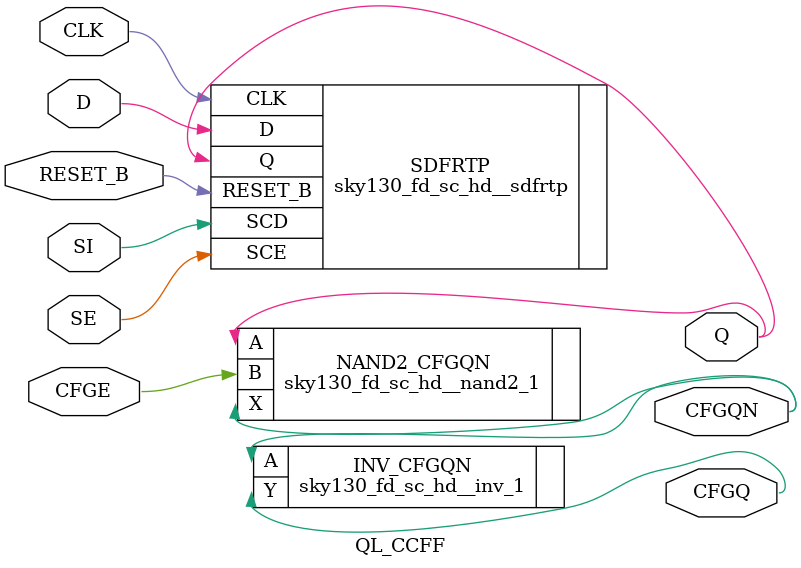
<source format=v>
`timescale 1ns/1ps

module QL_CCFF (
  input RESET_B,   
  input SE, 
  input CFGE, 
  input D, 
  input SI, 
  output Q, 
  output CFGQN, 
  output CFGQ, 
  input CLK 
);

  sky130_fd_sc_hd__nand2_1 NAND2_CFGQN 	(
                                        .A(Q),
	  				.B(CFGE),
                                        .X(CFGQN)
                                        );
  sky130_fd_sc_hd__inv_1 INV_CFGQN	(
	  				.A(CFGQN),
					.Y(CFGQ)
					);
  sky130_fd_sc_hd__sdfrtp SDFRTP (
        .Q(Q),
        .CLK(CLK),
        .D(D),
        .SCD(SI),
        .SCE(SE),
        .RESET_B(RESET_B)
  );

endmodule


</source>
